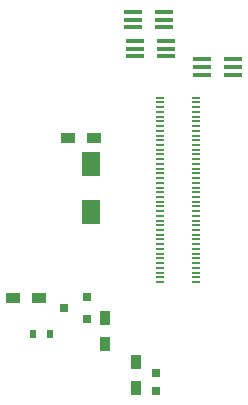
<source format=gtp>
G04 #@! TF.FileFunction,Paste,Top*
%FSLAX46Y46*%
G04 Gerber Fmt 4.6, Leading zero omitted, Abs format (unit mm)*
G04 Created by KiCad (PCBNEW 4.0.1-stable) date Tuesday, April 12, 2016 'PMt' 11:05:27 PM*
%MOMM*%
G01*
G04 APERTURE LIST*
%ADD10C,0.100000*%
%ADD11R,1.501140X0.398780*%
%ADD12R,1.600000X2.000000*%
%ADD13R,0.797560X0.797560*%
%ADD14R,0.900000X1.200000*%
%ADD15R,0.700000X0.200000*%
%ADD16R,0.800100X0.800100*%
%ADD17R,1.200000X0.900000*%
%ADD18R,0.600000X0.700000*%
G04 APERTURE END LIST*
D10*
D11*
X158461920Y-94250000D03*
X158461920Y-93599760D03*
X158461920Y-92949520D03*
X155800000Y-92949520D03*
X155800000Y-93599760D03*
X155800000Y-94250000D03*
X164300000Y-98250000D03*
X164300000Y-97599760D03*
X164300000Y-96949520D03*
X161638080Y-96949520D03*
X161638080Y-97599760D03*
X161638080Y-98250000D03*
X158611920Y-96700000D03*
X158611920Y-96049760D03*
X158611920Y-95399520D03*
X155950000Y-95399520D03*
X155950000Y-96049760D03*
X155950000Y-96700000D03*
D12*
X152250000Y-105850000D03*
X152250000Y-109850000D03*
D13*
X157800000Y-123500700D03*
X157800000Y-124999300D03*
D14*
X156050000Y-124750000D03*
X156050000Y-122550000D03*
D15*
X161190000Y-100200000D03*
X161190000Y-100600000D03*
X161190000Y-101000000D03*
X161190000Y-101400000D03*
X161190000Y-101800000D03*
X161190000Y-102200000D03*
X161190000Y-102600000D03*
X161190000Y-103000000D03*
X161190000Y-103400000D03*
X161190000Y-103800000D03*
X161190000Y-107800000D03*
X161190000Y-107400000D03*
X161190000Y-107000000D03*
X161190000Y-106600000D03*
X161190000Y-106200000D03*
X161190000Y-105800000D03*
X161190000Y-105400000D03*
X161190000Y-105000000D03*
X161190000Y-104600000D03*
X161190000Y-104200000D03*
X161190000Y-108200000D03*
X161190000Y-108600000D03*
X161190000Y-109000000D03*
X161190000Y-109400000D03*
X161190000Y-109800000D03*
X161190000Y-110200000D03*
X161190000Y-110600000D03*
X161190000Y-111000000D03*
X161190000Y-111400000D03*
X161190000Y-111800000D03*
X161190000Y-115800000D03*
X161190000Y-115400000D03*
X161190000Y-115000000D03*
X161190000Y-114600000D03*
X161190000Y-114200000D03*
X161190000Y-113800000D03*
X161190000Y-113400000D03*
X161190000Y-113000000D03*
X161190000Y-112600000D03*
X161190000Y-112200000D03*
X158110000Y-112200000D03*
X158110000Y-112600000D03*
X158110000Y-113000000D03*
X158110000Y-113400000D03*
X158110000Y-113800000D03*
X158110000Y-114200000D03*
X158110000Y-114600000D03*
X158110000Y-115000000D03*
X158110000Y-115400000D03*
X158110000Y-115800000D03*
X158110000Y-111800000D03*
X158110000Y-111400000D03*
X158110000Y-111000000D03*
X158110000Y-110600000D03*
X158110000Y-110200000D03*
X158110000Y-109800000D03*
X158110000Y-109400000D03*
X158110000Y-109000000D03*
X158110000Y-108600000D03*
X158110000Y-108200000D03*
X158110000Y-104200000D03*
X158110000Y-104600000D03*
X158110000Y-105000000D03*
X158110000Y-105400000D03*
X158110000Y-105800000D03*
X158110000Y-106200000D03*
X158110000Y-106600000D03*
X158110000Y-107000000D03*
X158110000Y-107400000D03*
X158110000Y-107800000D03*
X158110000Y-103800000D03*
X158110000Y-103400000D03*
X158110000Y-103000000D03*
X158110000Y-102600000D03*
X158110000Y-102200000D03*
X158110000Y-101800000D03*
X158110000Y-101400000D03*
X158110000Y-101000000D03*
X158110000Y-100600000D03*
X158110000Y-100200000D03*
D16*
X151960760Y-118940000D03*
X151960760Y-117040000D03*
X149961780Y-117990000D03*
D17*
X145660000Y-117140000D03*
X147860000Y-117140000D03*
D14*
X153470000Y-118810000D03*
X153470000Y-121010000D03*
D17*
X152510000Y-103600000D03*
X150310000Y-103600000D03*
D18*
X148790000Y-120190000D03*
X147390000Y-120190000D03*
M02*

</source>
